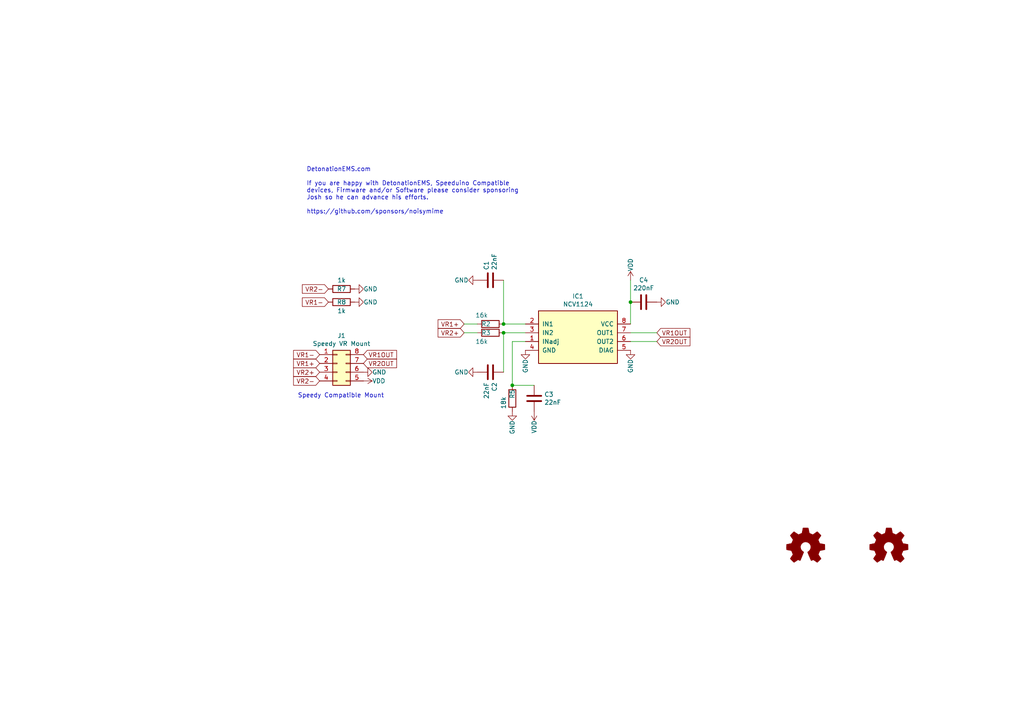
<source format=kicad_sch>
(kicad_sch (version 20211123) (generator eeschema)
  (paper "A4")
  (title_block (title "Duel VRConditioner ") (date "2021-10-02") (rev "B") (company "DetonationEMS") (comment 1 "detonationems.com") (comment 2 "github.com/DetonationEMS"))
  (lib_symbols
    (symbol "Connector_Generic:Conn_02x04_Counter_Clockwise" (pin_names (offset 1.016) hide)
      (property "Reference" "J" (at 1.27 5.08 0))
      (property "Value" "Conn_02x04_Counter_Clockwise" (at 1.27 -7.62 0))
      (symbol "Conn_02x04_Counter_Clockwise_1_1"
        (rectangle (start -1.27 -4.953) (end 0 -5.207) (stroke (width 0.1524)))
        (rectangle (start -1.27 -2.413) (end 0 -2.667) (stroke (width 0.1524)))
        (rectangle (start -1.27 0.127) (end 0 -0.127) (stroke (width 0.1524)))
        (rectangle (start -1.27 2.667) (end 0 2.413) (stroke (width 0.1524)))
        (rectangle (start -1.27 3.81) (end 3.81 -6.35) (stroke (width 0.254)) (fill (type background)))
        (rectangle (start 3.81 -4.953) (end 2.54 -5.207) (stroke (width 0.1524)))
        (rectangle (start 3.81 -2.413) (end 2.54 -2.667) (stroke (width 0.1524)))
        (rectangle (start 3.81 0.127) (end 2.54 -0.127) (stroke (width 0.1524)))
        (rectangle (start 3.81 2.667) (end 2.54 2.413) (stroke (width 0.1524)))
        (pin passive line (at -5.08 2.54 0) (length 3.81) (name "Pin_1") (number "1"))
        (pin passive line (at -5.08 0 0) (length 3.81) (name "Pin_2") (number "2"))
        (pin passive line (at -5.08 -2.54 0) (length 3.81) (name "Pin_3") (number "3"))
        (pin passive line (at -5.08 -5.08 0) (length 3.81) (name "Pin_4") (number "4"))
        (pin passive line (at 7.62 -5.08 180) (length 3.81) (name "Pin_5") (number "5"))
        (pin passive line (at 7.62 -2.54 180) (length 3.81) (name "Pin_6") (number "6"))
        (pin passive line (at 7.62 0 180) (length 3.81) (name "Pin_7") (number "7"))
        (pin passive line (at 7.62 2.54 180) (length 3.81) (name "Pin_8") (number "8"))
      )
    )
    (symbol "Device:C" (pin_numbers hide) (pin_names (offset 0.254))
      (property "Reference" "C" (at 0.635 2.54 0))
      (property "Value" "C" (at 0.635 -2.54 0))
      (symbol "C_0_1"
        (polyline (pts (xy -2.032 -0.762) (xy 2.032 -0.762)) (stroke (width 0.508)))
        (polyline (pts (xy -2.032 0.762) (xy 2.032 0.762)) (stroke (width 0.508)))
      )
      (symbol "C_1_1"
        (pin passive line (at 0 3.81 270) (length 2.794) (name "~") (number "1"))
        (pin passive line (at 0 -3.81 90) (length 2.794) (name "~") (number "2"))
      )
    )
    (symbol "Device:R" (pin_numbers hide) (pin_names (offset 0))
      (property "Reference" "R" (at 2.032 0 90))
      (property "Value" "R" (at 0 0 90))
      (symbol "R_0_1"
        (rectangle (start -1.016 -2.54) (end 1.016 2.54) (stroke (width 0.254)))
      )
      (symbol "R_1_1"
        (pin passive line (at 0 3.81 270) (length 1.27) (name "~") (number "1"))
        (pin passive line (at 0 -3.81 90) (length 1.27) (name "~") (number "2"))
      )
    )
    (symbol "Graphic:Logo_Open_Hardware_Small" (pin_names (offset 1.016))
      (symbol "Logo_Open_Hardware_Small_0_1"
        (polyline (pts (xy 3.3528 -4.3434) (xy 3.302 -4.318) (xy 3.175 -4.2418) (xy 2.9972 -4.1148) (xy 2.7686 -3.9624) (xy 2.54 -3.81) (xy 2.3622 -3.7084) (xy 2.2352 -3.6068) (xy 2.1844 -3.5814) (xy 2.159 -3.6068) (xy 2.0574 -3.6576) (xy 1.905 -3.7338) (xy 1.8034 -3.7846) (xy 1.6764 -3.8354) (xy 1.6002 -3.8354) (xy 1.6002 -3.8354) (xy 1.5494 -3.7338) (xy 1.4732 -3.5306) (xy 1.3462 -3.302) (xy 1.2446 -3.0226) (xy 1.1176 -2.7178) (xy 0.9652 -2.413) (xy 0.8636 -2.1082) (xy 0.7366 -1.8288) (xy 0.6604 -1.6256) (xy 0.6096 -1.4732) (xy 0.5842 -1.397) (xy 0.5842 -1.397) (xy 0.6604 -1.3208) (xy 0.7874 -1.2446) (xy 1.0414 -1.016) (xy 1.2954 -0.6858) (xy 1.4478 -0.3302) (xy 1.524 0.0762) (xy 1.4732 0.4572) (xy 1.3208 0.8128) (xy 1.0668 1.143) (xy 0.762 1.3716) (xy 0.4064 1.524) (xy 0 1.5748) (xy -0.381 1.5494) (xy -0.7366 1.397) (xy -1.0668 1.143) (xy -1.2192 0.9906) (xy -1.397 0.6604) (xy -1.524 0.3048) (xy -1.524 0.2286) (xy -1.4986 -0.1778) (xy -1.397 -0.5334) (xy -1.1938 -0.8636) (xy -0.9144 -1.143) (xy -0.8636 -1.1684) (xy -0.7366 -1.27) (xy -0.635 -1.3462) (xy -0.5842 -1.397) (xy -1.0668 -2.5908) (xy -1.143 -2.794) (xy -1.2954 -3.1242) (xy -1.397 -3.4036) (xy -1.4986 -3.6322) (xy -1.5748 -3.7846) (xy -1.6002 -3.8354) (xy -1.6002 -3.8354) (xy -1.651 -3.8354) (xy -1.7272 -3.81) (xy -1.905 -3.7338) (xy -2.0066 -3.683) (xy -2.1336 -3.6068) (xy -2.2098 -3.5814) (xy -2.2606 -3.6068) (xy -2.3622 -3.683) (xy -2.54 -3.81) (xy -2.7686 -3.9624) (xy -2.9718 -4.0894) (xy -3.1496 -4.2164) (xy -3.302 -4.318) (xy -3.3528 -4.3434) (xy -3.3782 -4.3434) (xy -3.429 -4.318) (xy -3.5306 -4.2164) (xy -3.7084 -4.064) (xy -3.937 -3.8354) (xy -3.9624 -3.81) (xy -4.1656 -3.6068) (xy -4.318 -3.4544) (xy -4.4196 -3.3274) (xy -4.445 -3.2766) (xy -4.445 -3.2766) (xy -4.4196 -3.2258) (xy -4.318 -3.0734) (xy -4.2164 -2.8956) (xy -4.064 -2.667) (xy -3.6576 -2.0828) (xy -3.8862 -1.5494) (xy -3.937 -1.3716) (xy -4.0386 -1.1684) (xy -4.0894 -1.0414) (xy -4.1148 -0.9652) (xy -4.191 -0.9398) (xy -4.318 -0.9144) (xy -4.5466 -0.8636) (xy -4.8006 -0.8128) (xy -5.0546 -0.7874) (xy -5.2578 -0.7366) (xy -5.4356 -0.7112) (xy -5.5118 -0.6858) (xy -5.5118 -0.6858) (xy -5.5372 -0.635) (xy -5.5372 -0.5588) (xy -5.5372 -0.4318) (xy -5.5626 -0.2286) (xy -5.5626 0.0762) (xy -5.5626 0.127) (xy -5.5372 0.4064) (xy -5.5372 0.635) (xy -5.5372 0.762) (xy -5.5372 0.8382) (xy -5.5372 0.8382) (xy -5.461 0.8382) (xy -5.3086 0.889) (xy -5.08 0.9144) (xy -4.826 0.9652) (xy -4.8006 0.9906) (xy -4.5466 1.0414) (xy -4.318 1.0668) (xy -4.1656 1.1176) (xy -4.0894 1.143) (xy -4.0894 1.143) (xy -4.0386 1.2446) (xy -3.9624 1.4224) (xy -3.8608 1.6256) (xy -3.7846 1.8288) (xy -3.7084 2.0066) (xy -3.6576 2.159) (xy -3.6322 2.2098) (xy -3.6322 2.2098) (xy -3.683 2.286) (xy -3.7592 2.413) (xy -3.8862 2.5908) (xy -4.064 2.8194) (xy -4.064 2.8448) (xy -4.2164 3.0734) (xy -4.3434 3.2512) (xy -4.4196 3.3782) (xy -4.445 3.4544) (xy -4.445 3.4544) (xy -4.3942 3.5052) (xy -4.2926 3.6322) (xy -4.1148 3.81) (xy -3.937 4.0132) (xy -3.8608 4.064) (xy -3.6576 4.2926) (xy -3.5052 4.4196) (xy -3.4036 4.4958) (xy -3.3528 4.5212) (xy -3.3528 4.5212) (xy -3.302 4.4704) (xy -3.1496 4.3688) (xy -2.9718 4.2418) (xy -2.7432 4.0894) (xy -2.7178 4.0894) (xy -2.4892 3.937) (xy -2.3114 3.81) (xy -2.1844 3.7084) (xy -2.1336 3.683) (xy -2.1082 3.683) (xy -2.032 3.7084) (xy -1.8542 3.7592) (xy -1.6764 3.8354) (xy -1.4732 3.937) (xy -1.27 4.0132) (xy -1.143 4.064) (xy -1.0668 4.1148) (xy -1.0668 4.1148) (xy -1.0414 4.191) (xy -1.016 4.3434) (xy -0.9652 4.572) (xy -0.9144 4.8514) (xy -0.889 4.9022) (xy -0.8382 5.1562) (xy -0.8128 5.3848) (xy -0.7874 5.5372) (xy -0.762 5.588) (xy -0.7112 5.6134) (xy -0.5842 5.6134) (xy -0.4064 5.6134) (xy -0.1524 5.6134) (xy 0.0762 5.6134) (xy 0.3302 5.6134) (xy 0.5334 5.6134) (xy 0.6858 5.588) (xy 0.7366 5.588) (xy 0.7366 5.588) (xy 0.762 5.5118) (xy 0.8128 5.334) (xy 0.8382 5.1054) (xy 0.9144 4.826) (xy 0.9144 4.7752) (xy 0.9652 4.5212) (xy 1.016 4.2926) (xy 1.0414 4.1402) (xy 1.0668 4.0894) (xy 1.0668 4.0894) (xy 1.1938 4.0386) (xy 1.3716 3.9624) (xy 1.5748 3.8608) (xy 2.0828 3.6576) (xy 2.7178 4.0894) (xy 2.7686 4.1402) (xy 2.9972 4.2926) (xy 3.175 4.4196) (xy 3.302 4.4958) (xy 3.3782 4.5212) (xy 3.3782 4.5212) (xy 3.429 4.4704) (xy 3.556 4.3434) (xy 3.7338 4.191) (xy 3.9116 3.9878) (xy 4.064 3.8354) (xy 4.2418 3.6576) (xy 4.3434 3.556) (xy 4.4196 3.4798) (xy 4.4196 3.429) (xy 4.4196 3.4036) (xy 4.3942 3.3274) (xy 4.2926 3.2004) (xy 4.1656 2.9972) (xy 4.0132 2.794) (xy 3.8862 2.5908) (xy 3.7592 2.3876) (xy 3.6576 2.2352) (xy 3.6322 2.159) (xy 3.6322 2.1336) (xy 3.683 2.0066) (xy 3.7592 1.8288) (xy 3.8608 1.6002) (xy 4.064 1.1176) (xy 4.3942 1.0414) (xy 4.5974 1.016) (xy 4.8768 0.9652) (xy 5.1308 0.9144) (xy 5.5372 0.8382) (xy 5.5626 -0.6604) (xy 5.4864 -0.6858) (xy 5.4356 -0.6858) (xy 5.2832 -0.7366) (xy 5.0546 -0.762) (xy 4.8006 -0.8128) (xy 4.5974 -0.8636) (xy 4.3688 -0.9144) (xy 4.2164 -0.9398) (xy 4.1402 -0.9398) (xy 4.1148 -0.9652) (xy 4.064 -1.0668) (xy 3.9878 -1.2446) (xy 3.9116 -1.4478) (xy 3.81 -1.651) (xy 3.7338 -1.8542) (xy 3.683 -2.0066) (xy 3.6576 -2.0828) (xy 3.683 -2.1336) (xy 3.7846 -2.2606) (xy 3.8862 -2.4638) (xy 4.0386 -2.667) (xy 4.191 -2.8956) (xy 4.318 -3.0734) (xy 4.3942 -3.2004) (xy 4.445 -3.2766) (xy 4.4196 -3.3274) (xy 4.3434 -3.429) (xy 4.1656 -3.5814) (xy 3.937 -3.8354) (xy 3.8862 -3.8608) (xy 3.683 -4.064) (xy 3.5306 -4.2164) (xy 3.4036 -4.318) (xy 3.3528 -4.3434)) (fill (type outline)))
      )
    )
    (symbol "ncv1124:NCV1124" (pin_names (offset 1.016))
      (property "Reference" "D" (at 1.27 1.27 0))
      (property "Value" "NCV1124" (at 19.05 1.27 0))
      (symbol "NCV1124_1_1"
        (rectangle (start 0 0) (end 22.86 -15.24) (stroke (width 0.254)) (fill (type background)))
        (pin input line (at -3.81 -8.89 0) (length 3.81) (name "INadj") (number "1"))
        (pin input line (at -3.81 -3.81 0) (length 3.81) (name "IN1") (number "2"))
        (pin input line (at -3.81 -6.35 0) (length 3.81) (name "IN2") (number "3"))
        (pin power_in line (at -3.81 -11.43 0) (length 3.81) (name "GND") (number "4"))
        (pin input line (at 26.67 -11.43 180) (length 3.81) (name "DIAG") (number "5"))
        (pin output line (at 26.67 -8.89 180) (length 3.81) (name "OUT2") (number "6"))
        (pin output line (at 26.67 -6.35 180) (length 3.81) (name "OUT1") (number "7"))
        (pin power_in line (at 26.67 -3.81 180) (length 3.81) (name "VCC") (number "8"))
      )
    )
    (symbol "power:GND" (power) (pin_names (offset 0))
      (property "Value" "GND" (at 0 -3.81 0))
      (symbol "GND_0_1"
        (polyline (pts (xy 0 0) (xy 0 -1.27) (xy 1.27 -1.27) (xy 0 -2.54) (xy -1.27 -1.27) (xy 0 -1.27)))
      )
      (symbol "GND_1_1"
        (pin power_in line (at 0 0 270) (length 0) hide (name "GND") (number "1"))
      )
    )
    (symbol "power:VDD" (power) (pin_names (offset 0))
      (property "Value" "VDD" (at 0 3.81 0))
      (symbol "VDD_0_1"
        (polyline (pts (xy -0.762 1.27) (xy 0 2.54)))
        (polyline (pts (xy 0 0) (xy 0 2.54)))
        (polyline (pts (xy 0 2.54) (xy 0.762 1.27)))
      )
      (symbol "VDD_1_1"
        (pin power_in line (at 0 0 90) (length 0) hide (name "VDD") (number "1"))
      )
    )
  )
  (junction (at 146.05 96.52))
  (junction (at 146.05 93.98))
  (junction (at 148.59 111.76))
  (junction (at 182.88 87.63))
  (wire (pts (xy 182.88 99.06) (xy 190.5 99.06)))
  (wire (pts (xy 146.05 96.52) (xy 152.4 96.52)))
  (wire (pts (xy 182.88 96.52) (xy 190.5 96.52)))
  (wire (pts (xy 146.05 96.52) (xy 146.05 107.95)))
  (wire (pts (xy 182.88 87.63) (xy 182.88 93.98)))
  (wire (pts (xy 154.94 111.76) (xy 148.59 111.76)))
  (wire (pts (xy 148.59 99.06) (xy 152.4 99.06)))
  (wire (pts (xy 182.88 87.63) (xy 182.88 81.28)))
  (wire (pts (xy 146.05 81.28) (xy 146.05 93.98)))
  (wire (pts (xy 134.62 93.98) (xy 138.43 93.98)))
  (wire (pts (xy 146.05 93.98) (xy 152.4 93.98)))
  (wire (pts (xy 134.62 96.52) (xy 138.43 96.52)))
  (wire (pts (xy 148.59 99.06) (xy 148.59 111.76)))
  (text "DetonationEMS.com\n\nIf you are happy with DetonationEMS, Speeduino Compatible\ndevices, Firmware and/or Software please consider sponsoring\nJosh so he can advance his efforts.\n\nhttps://github.com/sponsors/noisymime" (at 88.9 62.23 0) (effects (font (size 1.27 1.27)) (justify left bottom)))
  (text "Speedy Compatible Mount" (at 86.36 115.57 0) (effects (font (size 1.27 1.27)) (justify left bottom)))
  (global_label "VR1OUT" (shape input) (at 190.5 96.52 0) (property "Intersheet References" "${INTERSHEET_REFS}" (effects hide)))
  (global_label "VR2OUT" (shape input) (at 105.41 105.41 0) (property "Intersheet References" "${INTERSHEET_REFS}" (effects hide)))
  (global_label "VR2-" (shape input) (at 92.71 110.49 180) (property "Intersheet References" "${INTERSHEET_REFS}" (effects hide)))
  (global_label "VR1+" (shape input) (at 134.62 93.98 180) (property "Intersheet References" "${INTERSHEET_REFS}" (effects hide)))
  (global_label "VR2+" (shape input) (at 134.62 96.52 180) (property "Intersheet References" "${INTERSHEET_REFS}" (effects hide)))
  (global_label "VR1+" (shape input) (at 92.71 105.41 180) (property "Intersheet References" "${INTERSHEET_REFS}" (effects hide)))
  (global_label "VR1-" (shape input) (at 92.71 102.87 180) (property "Intersheet References" "${INTERSHEET_REFS}" (effects hide)))
  (global_label "VR1OUT" (shape input) (at 105.41 102.87 0) (property "Intersheet References" "${INTERSHEET_REFS}" (effects hide)))
  (global_label "VR2OUT" (shape input) (at 190.5 99.06 0) (property "Intersheet References" "${INTERSHEET_REFS}" (effects hide)))
  (global_label "VR2+" (shape input) (at 92.71 107.95 180) (property "Intersheet References" "${INTERSHEET_REFS}" (effects hide)))
  (global_label "VR1-" (shape input) (at 95.25 87.63 180) (property "Intersheet References" "${INTERSHEET_REFS}" (effects hide)))
  (global_label "VR2-" (shape input) (at 95.25 83.82 180) (property "Intersheet References" "${INTERSHEET_REFS}" (effects hide)))
  (symbol (lib_id "Connector_Generic:Conn_02x04_Counter_Clockwise") (at 97.79 105.41 0) (unit 1)
    (property "Reference" "J1" (at 99.06 97.3582 0))
    (property "Value" "Speedy VR Mount" (at 99.06 99.6696 0))
    (property "Footprint" "Misc:DIP-8_W7.62mm_Socket_VRConditioner" (effects hide))
  )
  (symbol (lib_id "power:GND") (at 105.41 107.95 90) (unit 1)
    (property "Reference" "#PWR02" (effects hide))
    (property "Value" "GND" (at 107.95 107.95 90) (effects (justify right)))
  )
  (symbol (lib_id "power:VDD") (at 105.41 110.49 270) (unit 1)
    (property "Reference" "#PWR03" (effects hide))
    (property "Value" "VDD" (at 107.95 110.49 90) (effects (justify left)))
  )
  (symbol (lib_id "ncv1124:NCV1124") (at 156.21 90.17 0) (unit 1)
    (property "Reference" "IC1" (at 167.64 85.9282 0))
    (property "Value" "NCV1124" (at 167.64 88.2396 0))
    (property "Footprint" "Package_SO:SO-8_3.9x4.9mm_P1.27mm" (effects hide))
    (property "LCSC" "C152274" (effects hide))
  )
  (symbol (lib_id "Device:R") (at 142.24 93.98 270) (unit 1)
    (property "Reference" "R2" (at 140.97 93.98 90))
    (property "Value" "16k" (at 139.7 91.44 90))
    (property "Footprint" "Resistor_SMD:R_0805_2012Metric" (effects hide))
    (property "LCSC" "C17490" (effects hide))
  )
  (symbol (lib_id "Device:R") (at 142.24 96.52 270) (unit 1)
    (property "Reference" "R3" (at 140.97 96.52 90))
    (property "Value" "16k" (at 139.7 99.06 90))
    (property "Footprint" "Resistor_SMD:R_0805_2012Metric" (effects hide))
    (property "LCSC" "C17490" (effects hide))
  )
  (symbol (lib_id "Device:C") (at 142.24 81.28 90) (unit 1)
    (property "Reference" "C1" (at 141.0716 78.359 0) (effects (justify left)))
    (property "Value" "22nF" (at 143.383 78.359 0) (effects (justify left)))
    (property "Footprint" "Capacitor_SMD:C_0603_1608Metric" (effects hide))
    (property "LCSC" "C21122" (effects hide))
  )
  (symbol (lib_id "power:GND") (at 138.43 81.28 270) (unit 1)
    (property "Reference" "#PWR05" (effects hide))
    (property "Value" "GND" (at 135.89 81.28 90) (effects (justify right)))
  )
  (symbol (lib_id "power:GND") (at 138.43 107.95 270) (unit 1)
    (property "Reference" "#PWR06" (effects hide))
    (property "Value" "GND" (at 135.89 107.95 90) (effects (justify right)))
  )
  (symbol (lib_id "Device:C") (at 142.24 107.95 270) (unit 1)
    (property "Reference" "C2" (at 143.4084 110.871 0) (effects (justify left)))
    (property "Value" "22nF" (at 141.097 110.871 0) (effects (justify left)))
    (property "Footprint" "Capacitor_SMD:C_0603_1608Metric" (effects hide))
    (property "LCSC" "C21122" (effects hide))
  )
  (symbol (lib_id "power:GND") (at 152.4 101.6 0) (unit 1)
    (property "Reference" "#PWR08" (effects hide))
    (property "Value" "GND" (at 152.4 104.14 90) (effects (justify right)))
  )
  (symbol (lib_id "Device:R") (at 148.59 115.57 180) (unit 1)
    (property "Reference" "R5" (at 148.59 114.3 90))
    (property "Value" "18k" (at 146.05 116.84 90))
    (property "Footprint" "Resistor_SMD:R_0603_1608Metric" (effects hide))
    (property "LCSC" "C25810" (effects hide))
  )
  (symbol (lib_id "power:GND") (at 148.59 119.38 0) (unit 1)
    (property "Reference" "#PWR07" (effects hide))
    (property "Value" "GND" (at 148.59 121.92 90) (effects (justify right)))
  )
  (symbol (lib_id "Device:C") (at 154.94 115.57 0) (unit 1)
    (property "Reference" "C3" (at 157.861 114.4016 0) (effects (justify left)))
    (property "Value" "22nF" (at 157.861 116.713 0) (effects (justify left)))
    (property "Footprint" "Capacitor_SMD:C_0603_1608Metric" (effects hide))
    (property "LCSC" "C21122" (effects hide))
  )
  (symbol (lib_id "power:VDD") (at 154.94 119.38 180) (unit 1)
    (property "Reference" "#PWR09" (effects hide))
    (property "Value" "VDD" (at 154.94 121.92 90) (effects (justify left)))
  )
  (symbol (lib_id "power:VDD") (at 182.88 81.28 0) (unit 1)
    (property "Reference" "#PWR010" (effects hide))
    (property "Value" "VDD" (at 182.88 78.74 90) (effects (justify left)))
  )
  (symbol (lib_id "Device:C") (at 186.69 87.63 90) (unit 1)
    (property "Reference" "C4" (at 186.69 81.2292 90))
    (property "Value" "220nF" (at 186.69 83.5406 90))
    (property "Footprint" "Capacitor_SMD:C_0603_1608Metric" (effects hide))
    (property "LCSC" "C21120" (effects hide))
  )
  (symbol (lib_id "power:GND") (at 190.5 87.63 90) (unit 1)
    (property "Reference" "#PWR012" (effects hide))
    (property "Value" "GND" (at 193.04 87.63 90) (effects (justify right)))
  )
  (symbol (lib_id "Device:R") (at 99.06 87.63 90) (unit 1)
    (property "Reference" "R8" (at 99.06 87.63 90))
    (property "Value" "1k" (at 99.06 90.17 90))
    (property "Footprint" "Resistor_SMD:R_0805_2012Metric" (effects hide))
    (property "LCSC" "C17513" (effects hide))
  )
  (symbol (lib_id "power:GND") (at 182.88 101.6 0) (unit 1)
    (property "Reference" "#PWR011" (effects hide))
    (property "Value" "GND" (at 182.88 104.14 90) (effects (justify right)))
  )
  (symbol (lib_id "Device:R") (at 99.06 83.82 90) (unit 1)
    (property "Reference" "R7" (at 99.06 83.82 90))
    (property "Value" "1k" (at 99.06 81.28 90))
    (property "Footprint" "Resistor_SMD:R_0805_2012Metric" (effects hide))
    (property "LCSC" "C17513" (effects hide))
  )
  (symbol (lib_id "power:GND") (at 102.87 83.82 90) (unit 1)
    (property "Reference" "#PWR0103" (effects hide))
    (property "Value" "GND" (at 105.41 83.82 90) (effects (justify right)))
  )
  (symbol (lib_id "power:GND") (at 102.87 87.63 90) (unit 1)
    (property "Reference" "#PWR0104" (effects hide))
    (property "Value" "GND" (at 105.41 87.63 90) (effects (justify right)))
  )
  (symbol (lib_id "Graphic:Logo_Open_Hardware_Small") (at 233.68 158.75 0) (unit 1)
    (property "Reference" "G1" (effects hide))
    (property "Value" "Logo_Open_Hardware_Small" (effects hide))
    (property "Footprint" "Detonation:SpeeduinoCompatible-14mm" (effects hide))
  )
  (symbol (lib_id "Graphic:Logo_Open_Hardware_Small") (at 257.81 158.75 0) (unit 1)
    (property "Reference" "G2" (effects hide))
    (property "Value" "Logo_Open_Hardware_Small" (effects hide))
    (property "Footprint" "Detonation:DetonationEMS-17mm" (effects hide))
  )
)
</source>
